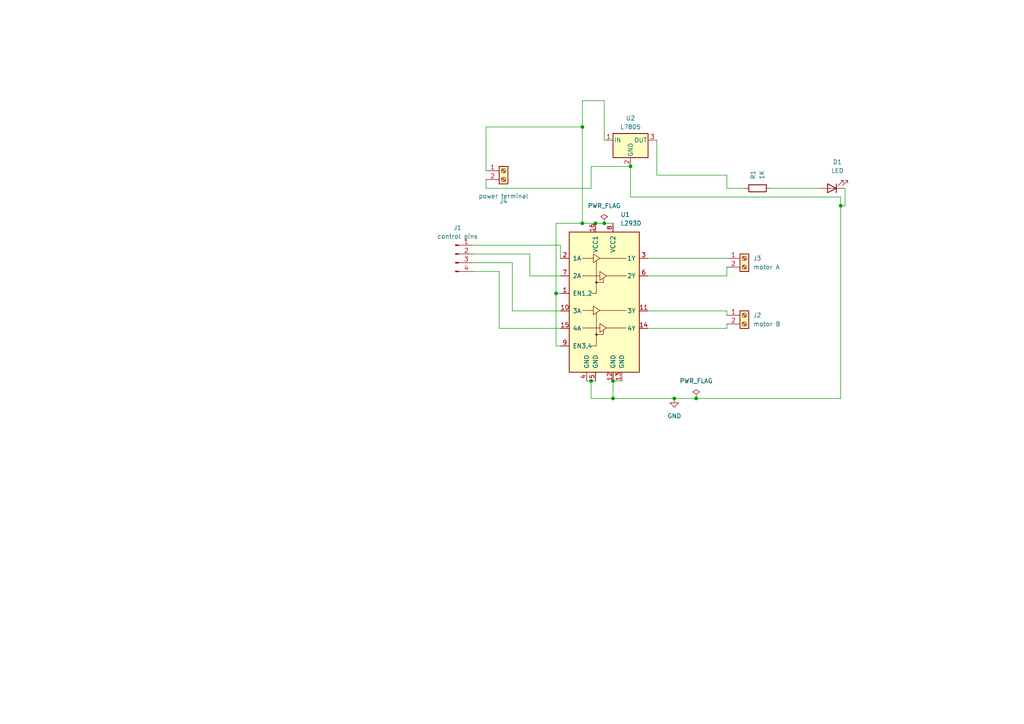
<source format=kicad_sch>
(kicad_sch (version 20250114) (generator "eeschema") (generator_version "9.0")
  (paper "A4")
  (lib_symbols
    (symbol "Connector:Conn_01x04_Pin" (pin_names (offset 1.016) (hide yes))
      (property "Reference" "J" (at 0 5.08 0))
      (property "Value" "Conn_01x04_Pin" (at 0 -7.62 0))
      (symbol "Conn_01x04_Pin_1_1"
        (rectangle (start 0.8636 2.667) (end 0 2.413) (stroke (width 0.1524)) (fill (type outline)))
        (rectangle (start 0.8636 0.127) (end 0 -0.127) (stroke (width 0.1524)) (fill (type outline)))
        (rectangle (start 0.8636 -2.413) (end 0 -2.667) (stroke (width 0.1524)) (fill (type outline)))
        (rectangle (start 0.8636 -4.953) (end 0 -5.207) (stroke (width 0.1524)) (fill (type outline)))
        (polyline (pts (xy 1.27 2.54) (xy 0.8636 2.54)) (stroke (width 0.1524)))
        (polyline (pts (xy 1.27 0) (xy 0.8636 0)) (stroke (width 0.1524)))
        (polyline (pts (xy 1.27 -2.54) (xy 0.8636 -2.54)) (stroke (width 0.1524)))
        (polyline (pts (xy 1.27 -5.08) (xy 0.8636 -5.08)) (stroke (width 0.1524)))
        (pin passive line (at 5.08 2.54 180) (length 3.81) (name "Pin_1") (number "1"))
        (pin passive line (at 5.08 0 180) (length 3.81) (name "Pin_2") (number "2"))
        (pin passive line (at 5.08 -2.54 180) (length 3.81) (name "Pin_3") (number "3"))
        (pin passive line (at 5.08 -5.08 180) (length 3.81) (name "Pin_4") (number "4"))
      )
    )
    (symbol "Connector:Screw_Terminal_01x02" (pin_names (offset 1.016) (hide yes))
      (property "Reference" "J" (at 0 2.54 0))
      (property "Value" "Screw_Terminal_01x02" (at 0 -5.08 0))
      (symbol "Screw_Terminal_01x02_1_1"
        (rectangle (start -1.27 1.27) (end 1.27 -3.81) (stroke (width 0.254)) (fill (type background)))
        (polyline (pts (xy -0.5334 0.3302) (xy 0.3302 -0.508)) (stroke (width 0.1524)))
        (polyline (pts (xy -0.5334 -2.2098) (xy 0.3302 -3.048)) (stroke (width 0.1524)))
        (polyline (pts (xy -0.3556 0.508) (xy 0.508 -0.3302)) (stroke (width 0.1524)))
        (polyline (pts (xy -0.3556 -2.032) (xy 0.508 -2.8702)) (stroke (width 0.1524)))
        (circle (center 0 0) (radius 0.635) (stroke (width 0.1524)))
        (circle (center 0 -2.54) (radius 0.635) (stroke (width 0.1524)))
        (pin passive line (at -5.08 0 0) (length 3.81) (name "Pin_1") (number "1"))
        (pin passive line (at -5.08 -2.54 0) (length 3.81) (name "Pin_2") (number "2"))
      )
    )
    (symbol "Device:LED" (pin_numbers (hide yes)) (pin_names (offset 1.016) (hide yes))
      (property "Reference" "D" (at 0 2.54 0))
      (property "Value" "LED" (at 0 -2.54 0))
      (symbol "LED_0_1"
        (polyline (pts (xy -3.048 -0.762) (xy -4.572 -2.286) (xy -3.81 -2.286) (xy -4.572 -2.286) (xy -4.572 -1.524)))
        (polyline (pts (xy -1.778 -0.762) (xy -3.302 -2.286) (xy -2.54 -2.286) (xy -3.302 -2.286) (xy -3.302 -1.524)))
        (polyline (pts (xy -1.27 0) (xy 1.27 0)))
        (polyline (pts (xy -1.27 -1.27) (xy -1.27 1.27)) (stroke (width 0.254)))
        (polyline (pts (xy 1.27 -1.27) (xy 1.27 1.27) (xy -1.27 0) (xy 1.27 -1.27)) (stroke (width 0.254)))
      )
      (symbol "LED_1_1"
        (pin passive line (at -3.81 0 0) (length 2.54) (name "K") (number "1"))
        (pin passive line (at 3.81 0 180) (length 2.54) (name "A") (number "2"))
      )
    )
    (symbol "Device:R" (pin_numbers (hide yes)) (pin_names (offset 0))
      (property "Reference" "R" (at 2.032 0 90))
      (property "Value" "R" (at 0 0 90))
      (symbol "R_0_1"
        (rectangle (start -1.016 -2.54) (end 1.016 2.54) (stroke (width 0.254)))
      )
      (symbol "R_1_1"
        (pin passive line (at 0 3.81 270) (length 1.27) (name "~") (number "1"))
        (pin passive line (at 0 -3.81 90) (length 1.27) (name "~") (number "2"))
      )
    )
    (symbol "Driver_Motor:L293D" (pin_names (offset 1.016))
      (property "Reference" "U" (at -5.08 26.035 0))
      (property "Value" "L293D" (at -5.08 24.13 0))
      (symbol "L293D_0_1"
        (rectangle (start -10.16 22.86) (end 10.16 -17.78) (stroke (width 0.254)) (fill (type background)))
        (polyline (pts (xy -6.35 15.24) (xy -3.175 15.24)))
        (polyline (pts (xy -6.35 10.16) (xy -1.27 10.16)))
        (polyline (pts (xy -6.35 0.127) (xy -3.175 0.127)))
        (polyline (pts (xy -6.35 -4.953) (xy -1.27 -4.953)))
        (polyline (pts (xy -3.175 16.51) (xy -3.175 13.97) (xy -1.27 15.24) (xy -3.175 16.51)))
        (polyline (pts (xy -3.175 1.397) (xy -3.175 -1.143) (xy -1.27 0.127) (xy -3.175 1.397)))
        (polyline (pts (xy -2.286 14.478) (xy -2.286 5.08) (xy -3.556 5.08)))
        (circle (center -2.286 8.255) (radius 0.254) (fill (type outline)))
        (polyline (pts (xy -2.286 8.255) (xy -0.254 8.255) (xy -0.254 9.525)))
        (polyline (pts (xy -2.286 -0.635) (xy -2.286 -10.16) (xy -3.556 -10.16)))
        (circle (center -2.286 -6.858) (radius 0.254) (fill (type outline)))
        (polyline (pts (xy -2.286 -6.858) (xy -0.254 -6.858) (xy -0.254 -5.588)))
        (polyline (pts (xy -1.27 15.24) (xy 6.35 15.24)))
        (polyline (pts (xy -1.27 11.43) (xy -1.27 8.89) (xy 0.635 10.16) (xy -1.27 11.43)))
        (polyline (pts (xy -1.27 0.127) (xy 6.35 0.127)))
        (polyline (pts (xy -1.27 -3.683) (xy -1.27 -6.223) (xy 0.635 -4.953) (xy -1.27 -3.683)))
        (polyline (pts (xy 0.635 10.16) (xy 6.35 10.16)))
        (polyline (pts (xy 0.635 -4.953) (xy 6.35 -4.953)))
      )
      (symbol "L293D_1_1"
        (pin input line (at -12.7 15.24 0) (length 2.54) (name "1A") (number "2"))
        (pin input line (at -12.7 10.16 0) (length 2.54) (name "2A") (number "7"))
        (pin input line (at -12.7 5.08 0) (length 2.54) (name "EN1,2") (number "1"))
        (pin input line (at -12.7 0 0) (length 2.54) (name "3A") (number "10"))
        (pin input line (at -12.7 -5.08 0) (length 2.54) (name "4A") (number "15"))
        (pin input line (at -12.7 -10.16 0) (length 2.54) (name "EN3,4") (number "9"))
        (pin power_in line (at -5.08 -20.32 90) (length 2.54) (name "GND") (number "4"))
        (pin power_in line (at -2.54 25.4 270) (length 2.54) (name "VCC1") (number "16"))
        (pin power_in line (at -2.54 -20.32 90) (length 2.54) (name "GND") (number "5"))
        (pin power_in line (at 2.54 25.4 270) (length 2.54) (name "VCC2") (number "8"))
        (pin power_in line (at 2.54 -20.32 90) (length 2.54) (name "GND") (number "12"))
        (pin power_in line (at 5.08 -20.32 90) (length 2.54) (name "GND") (number "13"))
        (pin output line (at 12.7 15.24 180) (length 2.54) (name "1Y") (number "3"))
        (pin output line (at 12.7 10.16 180) (length 2.54) (name "2Y") (number "6"))
        (pin output line (at 12.7 0 180) (length 2.54) (name "3Y") (number "11"))
        (pin output line (at 12.7 -5.08 180) (length 2.54) (name "4Y") (number "14"))
      )
    )
    (symbol "Regulator_Linear:L7805" (pin_names (offset 0.254))
      (property "Reference" "U" (at -3.81 3.175 0))
      (property "Value" "L7805" (at 0 3.175 0))
      (symbol "L7805_0_1"
        (rectangle (start -5.08 1.905) (end 5.08 -5.08) (stroke (width 0.254)) (fill (type background)))
      )
      (symbol "L7805_1_1"
        (pin power_in line (at -7.62 0 0) (length 2.54) (name "IN") (number "1"))
        (pin power_in line (at 0 -7.62 90) (length 2.54) (name "GND") (number "2"))
        (pin power_out line (at 7.62 0 180) (length 2.54) (name "OUT") (number "3"))
      )
    )
    (symbol "power:GND" (power) (pin_numbers (hide yes)) (pin_names (offset 0) (hide yes))
      (property "Value" "GND" (at 0 -3.81 0))
      (symbol "GND_0_1"
        (polyline (pts (xy 0 0) (xy 0 -1.27) (xy 1.27 -1.27) (xy 0 -2.54) (xy -1.27 -1.27) (xy 0 -1.27)))
      )
      (symbol "GND_1_1"
        (pin power_in line (at 0 0 270) (length 0) (name "~") (number "1"))
      )
    )
    (symbol "power:PWR_FLAG" (power) (pin_numbers (hide yes)) (pin_names (offset 0) (hide yes))
      (property "Value" "PWR_FLAG" (at 0 3.81 0))
      (symbol "PWR_FLAG_0_0"
        (pin power_out line (at 0 0 90) (length 0) (name "~") (number "1"))
      )
      (symbol "PWR_FLAG_0_1"
        (polyline (pts (xy 0 0) (xy 0 1.27) (xy -1.016 1.905) (xy 0 2.54) (xy 1.016 1.905) (xy 0 1.27)))
      )
    )
  )
  (junction (at 243.84 59.69))
  (junction (at 175.26 64.77))
  (junction (at 168.91 36.83))
  (junction (at 171.45 110.49))
  (junction (at 161.29 85.09))
  (junction (at 172.72 64.77))
  (junction (at 168.91 64.77))
  (junction (at 201.93 115.57))
  (junction (at 182.88 48.26))
  (junction (at 177.8 115.57))
  (junction (at 177.8 110.49))
  (junction (at 195.58 115.57))
  (wire (pts (xy 153.67 80.01) (xy 153.67 73.66)))
  (wire (pts (xy 243.84 115.57) (xy 243.84 59.69)))
  (wire (pts (xy 161.29 85.09) (xy 161.29 64.77)))
  (wire (pts (xy 170.18 110.49) (xy 171.45 110.49)))
  (wire (pts (xy 187.96 95.25) (xy 210.82 95.25)))
  (wire (pts (xy 140.97 49.53) (xy 140.97 36.83)))
  (wire (pts (xy 168.91 36.83) (xy 168.91 29.21)))
  (wire (pts (xy 187.96 74.93) (xy 210.82 74.93)))
  (wire (pts (xy 161.29 64.77) (xy 168.91 64.77)))
  (wire (pts (xy 210.82 95.25) (xy 210.82 93.98)))
  (wire (pts (xy 162.56 90.17) (xy 148.59 90.17)))
  (wire (pts (xy 243.84 57.15) (xy 243.84 59.69)))
  (wire (pts (xy 140.97 52.07) (xy 140.97 54.61)))
  (wire (pts (xy 210.82 80.01) (xy 210.82 77.47)))
  (wire (pts (xy 210.82 54.61) (xy 210.82 50.8)))
  (wire (pts (xy 140.97 36.83) (xy 168.91 36.83)))
  (wire (pts (xy 177.8 115.57) (xy 195.58 115.57)))
  (wire (pts (xy 245.11 54.61) (xy 245.11 59.69)))
  (wire (pts (xy 168.91 64.77) (xy 168.91 36.83)))
  (wire (pts (xy 148.59 90.17) (xy 148.59 76.2)))
  (wire (pts (xy 245.11 59.69) (xy 243.84 59.69)))
  (wire (pts (xy 162.56 80.01) (xy 153.67 80.01)))
  (wire (pts (xy 172.72 64.77) (xy 175.26 64.77)))
  (wire (pts (xy 215.9 54.61) (xy 210.82 54.61)))
  (wire (pts (xy 171.45 115.57) (xy 177.8 115.57)))
  (wire (pts (xy 140.97 54.61) (xy 171.45 54.61)))
  (wire (pts (xy 162.56 100.33) (xy 161.29 100.33)))
  (wire (pts (xy 182.88 48.26) (xy 182.88 57.15)))
  (wire (pts (xy 175.26 29.21) (xy 175.26 40.64)))
  (wire (pts (xy 201.93 115.57) (xy 243.84 115.57)))
  (wire (pts (xy 223.52 54.61) (xy 237.49 54.61)))
  (wire (pts (xy 144.78 95.25) (xy 162.56 95.25)))
  (wire (pts (xy 187.96 80.01) (xy 210.82 80.01)))
  (wire (pts (xy 153.67 73.66) (xy 137.16 73.66)))
  (wire (pts (xy 190.5 50.8) (xy 190.5 40.64)))
  (wire (pts (xy 162.56 71.12) (xy 162.56 74.93)))
  (wire (pts (xy 148.59 76.2) (xy 137.16 76.2)))
  (wire (pts (xy 210.82 90.17) (xy 210.82 91.44)))
  (wire (pts (xy 171.45 115.57) (xy 171.45 110.49)))
  (wire (pts (xy 243.84 57.15) (xy 182.88 57.15)))
  (wire (pts (xy 177.8 110.49) (xy 180.34 110.49)))
  (wire (pts (xy 210.82 50.8) (xy 190.5 50.8)))
  (wire (pts (xy 195.58 115.57) (xy 201.93 115.57)))
  (wire (pts (xy 177.8 110.49) (xy 177.8 115.57)))
  (wire (pts (xy 137.16 71.12) (xy 162.56 71.12)))
  (wire (pts (xy 144.78 78.74) (xy 144.78 95.25)))
  (wire (pts (xy 175.26 64.77) (xy 177.8 64.77)))
  (wire (pts (xy 137.16 78.74) (xy 144.78 78.74)))
  (wire (pts (xy 171.45 48.26) (xy 182.88 48.26)))
  (wire (pts (xy 162.56 85.09) (xy 161.29 85.09)))
  (wire (pts (xy 171.45 54.61) (xy 171.45 48.26)))
  (wire (pts (xy 161.29 85.09) (xy 161.29 100.33)))
  (wire (pts (xy 171.45 110.49) (xy 172.72 110.49)))
  (wire (pts (xy 168.91 29.21) (xy 175.26 29.21)))
  (wire (pts (xy 168.91 64.77) (xy 172.72 64.77)))
  (wire (pts (xy 187.96 90.17) (xy 210.82 90.17)))
  (symbol (lib_id "Device:LED") (at 241.3 54.61 180) (unit 1)
    (property "Reference" "D1" (at 242.8875 46.99 0))
    (property "Value" "LED" (at 242.8875 49.53 0))
    (property "Footprint" "LED_THT:LED_D3.0mm" (effects (hide yes)))
    (property "Description" "Light emitting diode" (effects (hide yes)))
    (property "Sim.Pins" "1=K 2=A" (effects (hide yes)))
  )
  (symbol (lib_id "Connector:Screw_Terminal_01x02") (at 215.9 91.44 0) (unit 1)
    (property "Reference" "J2" (at 218.44 91.4399 0) (effects (justify left)))
    (property "Value" "motor B" (at 218.44 93.9799 0) (effects (justify left)))
    (property "Footprint" "TerminalBlock:TerminalBlock_bornier-2_P5.08mm" (effects (hide yes)))
    (property "Description" "Generic screw terminal, single row, 01x02, script generated (kicad-library-utils/schlib/autogen/connector/)" (effects (hide yes)))
  )
  (symbol (lib_id "power:PWR_FLAG") (at 175.26 64.77 0) (unit 1)
    (property "Reference" "#FLG01" (effects (hide yes)))
    (property "Value" "PWR_FLAG" (at 175.26 59.69 0))
    (property "Description" "Special symbol for telling ERC where power comes from" (effects (hide yes)))
  )
  (symbol (lib_id "power:PWR_FLAG") (at 201.93 115.57 0) (unit 1)
    (property "Reference" "#FLG02" (effects (hide yes)))
    (property "Value" "PWR_FLAG" (at 201.93 110.49 0))
    (property "Description" "Special symbol for telling ERC where power comes from" (effects (hide yes)))
  )
  (symbol (lib_id "Regulator_Linear:L7805") (at 182.88 40.64 0) (unit 1)
    (property "Reference" "U2" (at 182.88 34.29 0))
    (property "Value" "L7805" (at 182.88 36.83 0))
    (property "Footprint" "TerminalBlock:TerminalBlock_bornier-3_P5.08mm" (effects (hide yes)))
    (property "Datasheet" "http://www.st.com/content/ccc/resource/technical/document/datasheet/41/4f/b3/b0/12/d4/47/88/CD00000444.pdf/files/CD00000444.pdf/jcr:content/translations/en.CD00000444.pdf" (effects (hide yes)))
    (property "Description" "Positive 1.5A 35V Linear Regulator, Fixed Output 5V, TO-220/TO-263/TO-252" (effects (hide yes)))
  )
  (symbol (lib_id "Connector:Screw_Terminal_01x02") (at 215.9 74.93 0) (unit 1)
    (property "Reference" "J3" (at 218.44 74.9299 0) (effects (justify left)))
    (property "Value" "motor A" (at 218.44 77.4699 0) (effects (justify left)))
    (property "Footprint" "TerminalBlock:TerminalBlock_bornier-2_P5.08mm" (effects (hide yes)))
    (property "Description" "Generic screw terminal, single row, 01x02, script generated (kicad-library-utils/schlib/autogen/connector/)" (effects (hide yes)))
  )
  (symbol (lib_id "Device:R") (at 219.71 54.61 90) (unit 1)
    (property "Reference" "R1" (at 218.4399 52.07 0) (effects (justify left)))
    (property "Value" "1K" (at 220.9799 52.07 0) (effects (justify left)))
    (property "Footprint" "Resistor_THT:R_Axial_DIN0309_L9.0mm_D3.2mm_P12.70mm_Horizontal" (effects (hide yes)))
    (property "Description" "Resistor" (effects (hide yes)))
  )
  (symbol (lib_id "Connector:Screw_Terminal_01x02") (at 146.05 49.53 0) (unit 1)
    (property "Reference" "J4" (at 146.05 58.42 0))
    (property "Value" "power terminal" (at 146.05 56.896 0))
    (property "Footprint" "TerminalBlock:TerminalBlock_bornier-2_P5.08mm" (effects (hide yes)))
    (property "Description" "Generic screw terminal, single row, 01x02, script generated (kicad-library-utils/schlib/autogen/connector/)" (effects (hide yes)))
  )
  (symbol (lib_id "Connector:Conn_01x04_Pin") (at 132.08 73.66 0) (unit 1)
    (property "Reference" "J1" (at 132.715 66.04 0))
    (property "Value" "control pins" (at 132.715 68.58 0))
    (property "Footprint" "Connector_Pin:Pin_D1.0mm_L10.0mm" (effects (hide yes)))
    (property "Description" "Generic connector, single row, 01x04, script generated" (effects (hide yes)))
  )
  (symbol (lib_id "Driver_Motor:L293D") (at 175.26 90.17 0) (unit 1)
    (property "Reference" "U1" (at 179.9433 62.23 0) (effects (justify left)))
    (property "Value" "L293D" (at 179.9433 64.77 0) (effects (justify left)))
    (property "Footprint" "Package_DIP:DIP-16_W7.62mm" (effects (hide yes)))
    (property "Datasheet" "http://www.ti.com/lit/ds/symlink/l293.pdf" (effects (hide yes)))
    (property "Description" "Quadruple Half-H Drivers" (effects (hide yes)))
  )
  (symbol (lib_id "power:GND") (at 195.58 115.57 0) (unit 1)
    (property "Reference" "#PWR01" (effects (hide yes)))
    (property "Value" "GND" (at 195.58 120.65 0))
    (property "Description" "Power symbol creates a global label with name \"GND\" , ground" (effects (hide yes)))
  )
)
</source>
